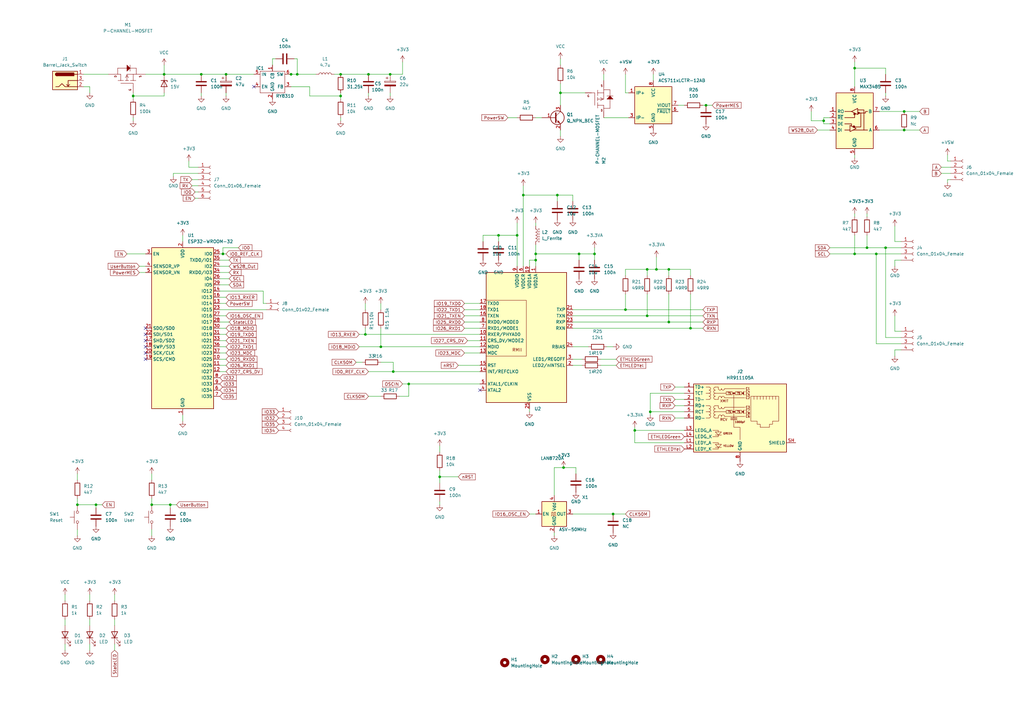
<source format=kicad_sch>
(kicad_sch (version 20211123) (generator eeschema)
  (paper "A3")
  (junction (at 337.82 49.53))
  (junction (at 237.49 104.14))
  (junction (at 289.56 43.18))
  (junction (at 265.43 129.54))
  (junction (at 243.84 104.14))
  (junction (at 69.85 207.01))
  (junction (at 92.71 30.48))
  (junction (at 31.75 207.01))
  (junction (at 355.6 101.6))
  (junction (at 91.44 104.14))
  (junction (at 229.87 38.1))
  (junction (at 139.7 30.48))
  (junction (at 251.46 210.82))
  (junction (at 350.52 27.94))
  (junction (at 212.09 96.52))
  (junction (at 82.55 30.48))
  (junction (at 266.7 168.91))
  (junction (at 260.35 176.53))
  (junction (at 139.7 39.37))
  (junction (at 204.47 96.52))
  (junction (at 214.63 80.01))
  (junction (at 149.86 137.16))
  (junction (at 231.14 191.77))
  (junction (at 180.34 195.58))
  (junction (at 151.13 30.48))
  (junction (at 156.21 142.24))
  (junction (at 161.29 152.4))
  (junction (at 274.32 110.49))
  (junction (at 269.24 110.49))
  (junction (at 256.54 127))
  (junction (at 121.92 30.48))
  (junction (at 67.31 30.48))
  (junction (at 54.61 39.37))
  (junction (at 167.64 157.48))
  (junction (at 274.32 132.08))
  (junction (at 228.6 80.01))
  (junction (at 219.71 106.68))
  (junction (at 265.43 110.49))
  (junction (at 370.84 45.72))
  (junction (at 370.84 53.34))
  (junction (at 359.41 104.14))
  (junction (at 119.38 30.48))
  (junction (at 350.52 104.14))
  (junction (at 283.21 134.62))
  (junction (at 39.37 207.01))
  (junction (at 219.71 104.14))
  (junction (at 160.02 30.48))
  (junction (at 363.22 101.6))
  (junction (at 62.23 207.01))
  (no_connect (at 196.85 160.02))
  (no_connect (at 59.69 147.32))
  (no_connect (at 59.69 134.62))
  (no_connect (at 59.69 137.16))
  (no_connect (at 59.69 139.7))
  (no_connect (at 59.69 142.24))
  (no_connect (at 59.69 144.78))
  (no_connect (at 104.14 35.56))
  (wire (pts (xy 156.21 148.59) (xy 161.29 148.59)))
  (wire (pts (xy 77.47 68.58) (xy 77.47 66.04)))
  (wire (pts (xy 90.17 129.54) (xy 92.71 129.54)))
  (wire (pts (xy 350.52 96.52) (xy 350.52 104.14)))
  (wire (pts (xy 266.7 168.91) (xy 280.67 168.91)))
  (wire (pts (xy 236.22 191.77) (xy 236.22 194.31)))
  (wire (pts (xy 52.07 104.14) (xy 59.69 104.14)))
  (wire (pts (xy 219.71 104.14) (xy 237.49 104.14)))
  (wire (pts (xy 335.28 53.34) (xy 340.36 53.34)))
  (wire (pts (xy 367.03 129.54) (xy 367.03 135.89)))
  (wire (pts (xy 350.52 27.94) (xy 363.22 27.94)))
  (wire (pts (xy 93.98 106.68) (xy 90.17 106.68)))
  (wire (pts (xy 121.92 30.48) (xy 129.54 30.48)))
  (wire (pts (xy 266.7 161.29) (xy 266.7 168.91)))
  (wire (pts (xy 388.62 73.66) (xy 389.89 73.66)))
  (wire (pts (xy 256.54 120.65) (xy 256.54 127)))
  (wire (pts (xy 355.6 101.6) (xy 363.22 101.6)))
  (wire (pts (xy 147.32 137.16) (xy 149.86 137.16)))
  (wire (pts (xy 163.83 162.56) (xy 167.64 162.56)))
  (wire (pts (xy 234.95 129.54) (xy 265.43 129.54)))
  (wire (pts (xy 127 39.37) (xy 139.7 39.37)))
  (wire (pts (xy 229.87 38.1) (xy 240.03 38.1)))
  (wire (pts (xy 34.29 35.56) (xy 36.83 35.56)))
  (wire (pts (xy 39.37 208.28) (xy 39.37 207.01)))
  (wire (pts (xy 332.74 45.72) (xy 332.74 49.53)))
  (wire (pts (xy 283.21 134.62) (xy 288.29 134.62)))
  (wire (pts (xy 274.32 132.08) (xy 288.29 132.08)))
  (wire (pts (xy 165.1 157.48) (xy 167.64 157.48)))
  (wire (pts (xy 36.83 264.16) (xy 36.83 266.7)))
  (wire (pts (xy 217.17 109.22) (xy 217.17 106.68)))
  (wire (pts (xy 350.52 104.14) (xy 340.36 104.14)))
  (wire (pts (xy 156.21 142.24) (xy 196.85 142.24)))
  (wire (pts (xy 217.17 210.82) (xy 219.71 210.82)))
  (wire (pts (xy 214.63 80.01) (xy 228.6 80.01)))
  (wire (pts (xy 370.84 45.72) (xy 377.19 45.72)))
  (wire (pts (xy 191.77 139.7) (xy 196.85 139.7)))
  (wire (pts (xy 147.32 142.24) (xy 156.21 142.24)))
  (wire (pts (xy 231.14 191.77) (xy 236.22 191.77)))
  (wire (pts (xy 219.71 91.44) (xy 219.71 92.71)))
  (wire (pts (xy 93.98 132.08) (xy 90.17 132.08)))
  (wire (pts (xy 278.13 43.18) (xy 280.67 43.18)))
  (wire (pts (xy 36.83 35.56) (xy 36.83 38.1)))
  (wire (pts (xy 350.52 27.94) (xy 350.52 35.56)))
  (wire (pts (xy 54.61 38.1) (xy 54.61 39.37)))
  (wire (pts (xy 274.32 132.08) (xy 274.32 120.65)))
  (wire (pts (xy 31.75 207.01) (xy 39.37 207.01)))
  (wire (pts (xy 214.63 80.01) (xy 214.63 109.22)))
  (wire (pts (xy 274.32 110.49) (xy 283.21 110.49)))
  (wire (pts (xy 237.49 106.68) (xy 237.49 104.14)))
  (wire (pts (xy 80.01 78.74) (xy 81.28 78.74)))
  (wire (pts (xy 265.43 110.49) (xy 265.43 113.03)))
  (wire (pts (xy 269.24 105.41) (xy 269.24 110.49)))
  (wire (pts (xy 204.47 96.52) (xy 212.09 96.52)))
  (wire (pts (xy 67.31 39.37) (xy 54.61 39.37)))
  (wire (pts (xy 208.28 48.26) (xy 212.09 48.26)))
  (wire (pts (xy 265.43 129.54) (xy 288.29 129.54)))
  (wire (pts (xy 165.1 25.4) (xy 165.1 30.48)))
  (wire (pts (xy 78.74 76.2) (xy 81.28 76.2)))
  (wire (pts (xy 219.71 104.14) (xy 219.71 106.68)))
  (wire (pts (xy 161.29 152.4) (xy 196.85 152.4)))
  (wire (pts (xy 217.17 106.68) (xy 219.71 106.68)))
  (wire (pts (xy 80.01 81.28) (xy 81.28 81.28)))
  (wire (pts (xy 248.92 142.24) (xy 251.46 142.24)))
  (wire (pts (xy 74.93 172.72) (xy 74.93 170.18)))
  (wire (pts (xy 111.76 24.13) (xy 111.76 26.67)))
  (wire (pts (xy 69.85 208.28) (xy 69.85 207.01)))
  (wire (pts (xy 190.5 134.62) (xy 196.85 134.62)))
  (wire (pts (xy 67.31 26.67) (xy 67.31 30.48)))
  (wire (pts (xy 149.86 134.62) (xy 149.86 137.16)))
  (wire (pts (xy 363.22 101.6) (xy 369.57 101.6)))
  (wire (pts (xy 289.56 43.18) (xy 292.1 43.18)))
  (wire (pts (xy 111.76 24.13) (xy 113.03 24.13)))
  (wire (pts (xy 219.71 48.26) (xy 222.25 48.26)))
  (wire (pts (xy 367.03 143.51) (xy 367.03 146.05)))
  (wire (pts (xy 160.02 30.48) (xy 165.1 30.48)))
  (wire (pts (xy 92.71 152.4) (xy 90.17 152.4)))
  (wire (pts (xy 156.21 134.62) (xy 156.21 142.24)))
  (wire (pts (xy 276.86 158.75) (xy 280.67 158.75)))
  (wire (pts (xy 92.71 139.7) (xy 90.17 139.7)))
  (wire (pts (xy 350.52 25.4) (xy 350.52 27.94)))
  (wire (pts (xy 212.09 91.44) (xy 212.09 96.52)))
  (wire (pts (xy 156.21 124.46) (xy 156.21 127)))
  (wire (pts (xy 247.65 30.48) (xy 247.65 33.02)))
  (wire (pts (xy 359.41 140.97) (xy 359.41 104.14)))
  (wire (pts (xy 91.44 101.6) (xy 91.44 104.14)))
  (wire (pts (xy 54.61 48.26) (xy 54.61 49.53)))
  (wire (pts (xy 370.84 53.34) (xy 377.19 53.34)))
  (wire (pts (xy 252.73 147.32) (xy 246.38 147.32)))
  (wire (pts (xy 386.08 71.12) (xy 389.89 71.12)))
  (wire (pts (xy 247.65 48.26) (xy 257.81 48.26)))
  (wire (pts (xy 90.17 119.38) (xy 107.95 119.38)))
  (wire (pts (xy 118.11 30.48) (xy 119.38 30.48)))
  (wire (pts (xy 350.52 87.63) (xy 350.52 88.9)))
  (wire (pts (xy 217.17 168.91) (xy 217.17 167.64)))
  (wire (pts (xy 266.7 168.91) (xy 266.7 170.18)))
  (wire (pts (xy 267.97 30.48) (xy 267.97 33.02)))
  (wire (pts (xy 212.09 96.52) (xy 212.09 109.22)))
  (wire (pts (xy 228.6 82.55) (xy 228.6 80.01)))
  (wire (pts (xy 367.03 92.71) (xy 367.03 99.06)))
  (wire (pts (xy 276.86 163.83) (xy 280.67 163.83)))
  (wire (pts (xy 237.49 104.14) (xy 243.84 104.14)))
  (wire (pts (xy 229.87 34.29) (xy 229.87 38.1)))
  (wire (pts (xy 57.15 109.22) (xy 59.69 109.22)))
  (wire (pts (xy 54.61 39.37) (xy 54.61 40.64)))
  (wire (pts (xy 74.93 96.52) (xy 74.93 99.06)))
  (wire (pts (xy 151.13 162.56) (xy 156.21 162.56)))
  (wire (pts (xy 71.12 72.39) (xy 71.12 71.12)))
  (wire (pts (xy 234.95 80.01) (xy 234.95 82.55)))
  (wire (pts (xy 369.57 99.06) (xy 367.03 99.06)))
  (wire (pts (xy 260.35 176.53) (xy 260.35 175.26)))
  (wire (pts (xy 190.5 127) (xy 196.85 127)))
  (wire (pts (xy 269.24 110.49) (xy 274.32 110.49)))
  (wire (pts (xy 149.86 124.46) (xy 149.86 127)))
  (wire (pts (xy 355.6 87.63) (xy 355.6 88.9)))
  (wire (pts (xy 340.36 48.26) (xy 337.82 48.26)))
  (wire (pts (xy 252.73 149.86) (xy 246.38 149.86)))
  (wire (pts (xy 228.6 80.01) (xy 234.95 80.01)))
  (wire (pts (xy 180.34 195.58) (xy 180.34 198.12)))
  (wire (pts (xy 92.71 104.14) (xy 91.44 104.14)))
  (wire (pts (xy 369.57 138.43) (xy 363.22 138.43)))
  (wire (pts (xy 151.13 30.48) (xy 160.02 30.48)))
  (wire (pts (xy 92.71 147.32) (xy 90.17 147.32)))
  (wire (pts (xy 190.5 124.46) (xy 196.85 124.46)))
  (wire (pts (xy 97.79 101.6) (xy 91.44 101.6)))
  (wire (pts (xy 91.44 104.14) (xy 90.17 104.14)))
  (wire (pts (xy 229.87 53.34) (xy 229.87 55.88)))
  (wire (pts (xy 92.71 38.1) (xy 92.71 39.37)))
  (wire (pts (xy 243.84 104.14) (xy 243.84 106.68)))
  (wire (pts (xy 26.67 254) (xy 26.67 256.54)))
  (wire (pts (xy 26.67 264.16) (xy 26.67 266.7)))
  (wire (pts (xy 93.98 114.3) (xy 90.17 114.3)))
  (wire (pts (xy 92.71 134.62) (xy 90.17 134.62)))
  (wire (pts (xy 369.57 140.97) (xy 359.41 140.97)))
  (wire (pts (xy 359.41 104.14) (xy 369.57 104.14)))
  (wire (pts (xy 388.62 63.5) (xy 388.62 66.04)))
  (wire (pts (xy 109.22 127) (xy 90.17 127)))
  (wire (pts (xy 57.15 111.76) (xy 59.69 111.76)))
  (wire (pts (xy 288.29 127) (xy 256.54 127)))
  (wire (pts (xy 363.22 30.48) (xy 363.22 27.94)))
  (wire (pts (xy 67.31 38.1) (xy 67.31 39.37)))
  (wire (pts (xy 93.98 109.22) (xy 90.17 109.22)))
  (wire (pts (xy 332.74 49.53) (xy 337.82 49.53)))
  (wire (pts (xy 67.31 30.48) (xy 82.55 30.48)))
  (wire (pts (xy 46.99 264.16) (xy 46.99 266.7)))
  (wire (pts (xy 363.22 138.43) (xy 363.22 101.6)))
  (wire (pts (xy 31.75 217.17) (xy 31.75 219.71)))
  (wire (pts (xy 234.95 134.62) (xy 283.21 134.62)))
  (wire (pts (xy 146.05 148.59) (xy 148.59 148.59)))
  (wire (pts (xy 62.23 207.01) (xy 69.85 207.01)))
  (wire (pts (xy 92.71 121.92) (xy 90.17 121.92)))
  (wire (pts (xy 120.65 24.13) (xy 121.92 24.13)))
  (wire (pts (xy 234.95 210.82) (xy 251.46 210.82)))
  (wire (pts (xy 190.5 144.78) (xy 196.85 144.78)))
  (wire (pts (xy 219.71 100.33) (xy 219.71 104.14)))
  (wire (pts (xy 90.17 124.46) (xy 92.71 124.46)))
  (wire (pts (xy 260.35 181.61) (xy 260.35 176.53)))
  (wire (pts (xy 227.33 219.71) (xy 227.33 218.44)))
  (wire (pts (xy 198.12 99.06) (xy 198.12 96.52)))
  (wire (pts (xy 369.57 135.89) (xy 367.03 135.89)))
  (wire (pts (xy 337.82 49.53) (xy 337.82 50.8)))
  (wire (pts (xy 82.55 30.48) (xy 92.71 30.48)))
  (wire (pts (xy 337.82 50.8) (xy 340.36 50.8)))
  (wire (pts (xy 190.5 132.08) (xy 196.85 132.08)))
  (wire (pts (xy 360.68 45.72) (xy 370.84 45.72)))
  (wire (pts (xy 251.46 210.82) (xy 256.54 210.82)))
  (wire (pts (xy 93.98 111.76) (xy 90.17 111.76)))
  (wire (pts (xy 204.47 96.52) (xy 204.47 99.06)))
  (wire (pts (xy 229.87 38.1) (xy 229.87 43.18)))
  (wire (pts (xy 92.71 137.16) (xy 90.17 137.16)))
  (wire (pts (xy 256.54 113.03) (xy 256.54 110.49)))
  (wire (pts (xy 355.6 96.52) (xy 355.6 101.6)))
  (wire (pts (xy 92.71 30.48) (xy 104.14 30.48)))
  (wire (pts (xy 180.34 182.88) (xy 180.34 185.42)))
  (wire (pts (xy 92.71 149.86) (xy 90.17 149.86)))
  (wire (pts (xy 62.23 217.17) (xy 62.23 219.71)))
  (wire (pts (xy 180.34 193.04) (xy 180.34 195.58)))
  (wire (pts (xy 139.7 38.1) (xy 139.7 39.37)))
  (wire (pts (xy 139.7 30.48) (xy 151.13 30.48)))
  (wire (pts (xy 369.57 143.51) (xy 367.03 143.51)))
  (wire (pts (xy 265.43 110.49) (xy 269.24 110.49)))
  (wire (pts (xy 119.38 30.48) (xy 121.92 30.48)))
  (wire (pts (xy 227.33 191.77) (xy 231.14 191.77)))
  (wire (pts (xy 93.98 116.84) (xy 90.17 116.84)))
  (wire (pts (xy 187.96 149.86) (xy 196.85 149.86)))
  (wire (pts (xy 78.74 73.66) (xy 81.28 73.66)))
  (wire (pts (xy 31.75 194.31) (xy 31.75 196.85)))
  (wire (pts (xy 149.86 137.16) (xy 196.85 137.16)))
  (wire (pts (xy 265.43 129.54) (xy 265.43 120.65)))
  (wire (pts (xy 139.7 39.37) (xy 139.7 40.64)))
  (wire (pts (xy 280.67 176.53) (xy 260.35 176.53)))
  (wire (pts (xy 256.54 127) (xy 234.95 127)))
  (wire (pts (xy 283.21 134.62) (xy 283.21 120.65)))
  (wire (pts (xy 180.34 207.01) (xy 180.34 205.74)))
  (wire (pts (xy 36.83 254) (xy 36.83 256.54)))
  (wire (pts (xy 234.95 147.32) (xy 238.76 147.32)))
  (wire (pts (xy 241.3 142.24) (xy 234.95 142.24)))
  (wire (pts (xy 280.67 161.29) (xy 266.7 161.29)))
  (wire (pts (xy 71.12 71.12) (xy 81.28 71.12)))
  (wire (pts (xy 276.86 166.37) (xy 280.67 166.37)))
  (wire (pts (xy 39.37 207.01) (xy 41.91 207.01)))
  (wire (pts (xy 280.67 181.61) (xy 260.35 181.61)))
  (wire (pts (xy 121.92 24.13) (xy 121.92 30.48)))
  (wire (pts (xy 151.13 38.1) (xy 151.13 39.37)))
  (wire (pts (xy 243.84 101.6) (xy 243.84 104.14)))
  (wire (pts (xy 151.13 152.4) (xy 161.29 152.4)))
  (wire (pts (xy 363.22 38.1) (xy 363.22 39.37)))
  (wire (pts (xy 107.95 124.46) (xy 109.22 124.46)))
  (wire (pts (xy 62.23 194.31) (xy 62.23 196.85)))
  (wire (pts (xy 227.33 203.2) (xy 227.33 191.77)))
  (wire (pts (xy 340.36 101.6) (xy 355.6 101.6)))
  (wire (pts (xy 360.68 53.34) (xy 370.84 53.34)))
  (wire (pts (xy 389.89 66.04) (xy 388.62 66.04)))
  (wire (pts (xy 167.64 157.48) (xy 196.85 157.48)))
  (wire (pts (xy 62.23 204.47) (xy 62.23 207.01)))
  (wire (pts (xy 82.55 38.1) (xy 82.55 39.37)))
  (wire (pts (xy 337.82 48.26) (xy 337.82 49.53)))
  (wire (pts (xy 219.71 106.68) (xy 219.71 109.22)))
  (wire (pts (xy 92.71 142.24) (xy 90.17 142.24)))
  (wire (pts (xy 283.21 110.49) (xy 283.21 113.03)))
  (wire (pts (xy 69.85 207.01) (xy 72.39 207.01)))
  (wire (pts (xy 46.99 243.84) (xy 46.99 246.38)))
  (wire (pts (xy 190.5 129.54) (xy 196.85 129.54)))
  (wire (pts (xy 256.54 38.1) (xy 256.54 30.48)))
  (wire (pts (xy 160.02 38.1) (xy 160.02 39.37)))
  (wire (pts (xy 276.86 171.45) (xy 280.67 171.45)))
  (wire (pts (xy 92.71 144.78) (xy 90.17 144.78)))
  (wire (pts (xy 386.08 68.58) (xy 389.89 68.58)))
  (wire (pts (xy 36.83 243.84) (xy 36.83 246.38)))
  (wire (pts (xy 187.96 195.58) (xy 180.34 195.58)))
  (wire (pts (xy 59.69 30.48) (xy 67.31 30.48)))
  (wire (pts (xy 26.67 243.84) (xy 26.67 246.38)))
  (wire (pts (xy 167.64 162.56) (xy 167.64 157.48)))
  (wire (pts (xy 369.57 106.68) (xy 367.03 106.68)))
  (wire (pts (xy 119.38 35.56) (xy 127 35.56)))
  (wire (pts (xy 107.95 119.38) (xy 107.95 124.46)))
  (wire (pts (xy 161.29 148.59) (xy 161.29 152.4)))
  (wire (pts (xy 234.95 149.86) (xy 238.76 149.86)))
  (wire (pts (xy 257.81 38.1) (xy 256.54 38.1)))
  (wire (pts (xy 229.87 24.13) (xy 229.87 26.67)))
  (wire (pts (xy 288.29 43.18) (xy 289.56 43.18)))
  (wire (pts (xy 350.52 104.14) (xy 359.41 104.14)))
  (wire (pts (xy 34.29 30.48) (xy 44.45 30.48)))
  (wire (pts (xy 137.16 30.48) (xy 139.7 30.48)))
  (wire (pts (xy 46.99 254) (xy 46.99 256.54)))
  (wire (pts (xy 388.62 74.93) (xy 388.62 73.66)))
  (wire (pts (xy 367.03 106.68) (xy 367.03 109.22)))
  (wire (pts (xy 31.75 204.47) (xy 31.75 207.01)))
  (wire (pts (xy 198.12 96.52) (xy 204.47 96.52)))
  (wire (pts (xy 81.28 68.58) (xy 77.47 68.58)))
  (wire (pts (xy 256.54 110.49) (xy 265.43 110.49)))
  (wire (pts (xy 127 35.56) (xy 127 39.37)))
  (wire (pts (xy 234.95 132.08) (xy 274.32 132.08)))
  (wire (pts (xy 139.7 48.26) (xy 139.7 49.53)))
  (wire (pts (xy 350.52 63.5) (xy 350.52 64.77)))
  (wire (pts (xy 274.32 110.49) (xy 274.32 113.03)))
  (wire (pts (xy 214.63 76.2) (xy 214.63 80.01)))
  (global_label "A" (shape input) (at 386.08 68.58 180) (property "Intersheet References" "${INTERSHEET_REFS}" (effects hide)))
  (global_label "IO33" (shape input) (at 90.17 157.48 0) (property "Intersheet References" "${INTERSHEET_REFS}" (effects hide)))
  (global_label "nRST" (shape input) (at 187.96 195.58 0) (property "Intersheet References" "${INTERSHEET_REFS}" (effects hide)))
  (global_label "IO27_CRS_DV" (shape input) (at 92.71 152.4 0) (property "Intersheet References" "${INTERSHEET_REFS}" (effects hide)))
  (global_label "UserButton" (shape input) (at 57.15 109.22 180) (property "Intersheet References" "${INTERSHEET_REFS}" (effects hide)))
  (global_label "B" (shape input) (at 377.19 45.72 0) (property "Intersheet References" "${INTERSHEET_REFS}" (effects hide)))
  (global_label "IO21_TXEN" (shape input) (at 190.5 129.54 180) (property "Intersheet References" "${INTERSHEET_REFS}" (effects hide)))
  (global_label "PowerSW" (shape input) (at 92.71 124.46 0) (property "Intersheet References" "${INTERSHEET_REFS}" (effects hide)))
  (global_label "OSCIN" (shape input) (at 165.1 157.48 180) (property "Intersheet References" "${INTERSHEET_REFS}" (effects hide)))
  (global_label "ETHLEDYel" (shape input) (at 280.67 184.15 180) (property "Intersheet References" "${INTERSHEET_REFS}" (effects hide)))
  (global_label "IO16_OSC_EN" (shape input) (at 217.17 210.82 180) (property "Intersheet References" "${INTERSHEET_REFS}" (effects hide)))
  (global_label "IO16_OSC_EN" (shape input) (at 92.71 129.54 0) (property "Intersheet References" "${INTERSHEET_REFS}" (effects hide)))
  (global_label "IO35" (shape input) (at 114.3 173.99 180) (property "Intersheet References" "${INTERSHEET_REFS}" (effects hide)))
  (global_label "IO26_RXD1" (shape input) (at 92.71 149.86 0) (property "Intersheet References" "${INTERSHEET_REFS}" (effects hide)))
  (global_label "A" (shape input) (at 377.19 53.34 0) (property "Intersheet References" "${INTERSHEET_REFS}" (effects hide)))
  (global_label "SDA" (shape input) (at 340.36 101.6 180) (property "Intersheet References" "${INTERSHEET_REFS}" (effects hide)))
  (global_label "WS28_Out" (shape input) (at 335.28 53.34 180) (property "Intersheet References" "${INTERSHEET_REFS}" (effects hide)))
  (global_label "IO26_RXD1" (shape input) (at 190.5 134.62 180) (property "Intersheet References" "${INTERSHEET_REFS}" (effects hide)))
  (global_label "IO21_TXEN" (shape input) (at 92.71 139.7 0) (property "Intersheet References" "${INTERSHEET_REFS}" (effects hide)))
  (global_label "IO25_RXD0" (shape input) (at 92.71 147.32 0) (property "Intersheet References" "${INTERSHEET_REFS}" (effects hide)))
  (global_label "IO32" (shape input) (at 114.3 171.45 180) (property "Intersheet References" "${INTERSHEET_REFS}" (effects hide)))
  (global_label "RX" (shape input) (at 78.74 76.2 180) (property "Intersheet References" "${INTERSHEET_REFS}" (effects hide)))
  (global_label "B" (shape input) (at 386.08 71.12 180) (property "Intersheet References" "${INTERSHEET_REFS}" (effects hide)))
  (global_label "RXP" (shape input) (at 288.29 132.08 0) (property "Intersheet References" "${INTERSHEET_REFS}" (effects hide)))
  (global_label "CLK50M" (shape input) (at 256.54 210.82 0) (property "Intersheet References" "${INTERSHEET_REFS}" (effects hide)))
  (global_label "IO13_RXER" (shape input) (at 147.32 137.16 180) (property "Intersheet References" "${INTERSHEET_REFS}" (effects hide)))
  (global_label "IO19_TXD0" (shape input) (at 92.71 137.16 0) (property "Intersheet References" "${INTERSHEET_REFS}" (effects hide)))
  (global_label "IO0_REF_CLK" (shape input) (at 151.13 152.4 180) (property "Intersheet References" "${INTERSHEET_REFS}" (effects hide)))
  (global_label "SCL" (shape input) (at 93.98 114.3 0) (property "Intersheet References" "${INTERSHEET_REFS}" (effects hide)))
  (global_label "StateLED" (shape input) (at 46.99 266.7 270) (property "Intersheet References" "${INTERSHEET_REFS}" (effects hide)))
  (global_label "CLK50M" (shape input) (at 151.13 162.56 180) (property "Intersheet References" "${INTERSHEET_REFS}" (effects hide)))
  (global_label "IO22_TXD1" (shape input) (at 190.5 127 180) (property "Intersheet References" "${INTERSHEET_REFS}" (effects hide)))
  (global_label "IO27_CRS_DV" (shape input) (at 191.77 139.7 180) (property "Intersheet References" "${INTERSHEET_REFS}" (effects hide)))
  (global_label "TX" (shape input) (at 93.98 106.68 0) (property "Intersheet References" "${INTERSHEET_REFS}" (effects hide)))
  (global_label "ETHLEDGreen" (shape input) (at 252.73 147.32 0) (property "Intersheet References" "${INTERSHEET_REFS}" (effects hide)))
  (global_label "IO19_TXD0" (shape input) (at 190.5 124.46 180) (property "Intersheet References" "${INTERSHEET_REFS}" (effects hide)))
  (global_label "TXP" (shape input) (at 288.29 127 0) (property "Intersheet References" "${INTERSHEET_REFS}" (effects hide)))
  (global_label "TXP" (shape input) (at 276.86 158.75 180) (property "Intersheet References" "${INTERSHEET_REFS}" (effects hide)))
  (global_label "IO23_MDC" (shape input) (at 190.5 144.78 180) (property "Intersheet References" "${INTERSHEET_REFS}" (effects hide)))
  (global_label "IO0" (shape input) (at 80.01 78.74 180) (property "Intersheet References" "${INTERSHEET_REFS}" (effects hide)))
  (global_label "EN" (shape input) (at 41.91 207.01 0) (property "Intersheet References" "${INTERSHEET_REFS}" (effects hide)))
  (global_label "TX" (shape input) (at 78.74 73.66 180) (property "Intersheet References" "${INTERSHEET_REFS}" (effects hide)))
  (global_label "IO18_MDIO" (shape input) (at 147.32 142.24 180) (property "Intersheet References" "${INTERSHEET_REFS}" (effects hide)))
  (global_label "PowerMES" (shape input) (at 57.15 111.76 180) (property "Intersheet References" "${INTERSHEET_REFS}" (effects hide)))
  (global_label "IO32" (shape input) (at 90.17 154.94 0) (property "Intersheet References" "${INTERSHEET_REFS}" (effects hide)))
  (global_label "IO33" (shape input) (at 114.3 168.91 180) (property "Intersheet References" "${INTERSHEET_REFS}" (effects hide)))
  (global_label "PowerMES" (shape input) (at 292.1 43.18 0) (property "Intersheet References" "${INTERSHEET_REFS}" (effects hide)))
  (global_label "SDA" (shape input) (at 93.98 116.84 0) (property "Intersheet References" "${INTERSHEET_REFS}" (effects hide)))
  (global_label "IO25_RXD0" (shape input) (at 190.5 132.08 180) (property "Intersheet References" "${INTERSHEET_REFS}" (effects hide)))
  (global_label "TXN" (shape input) (at 288.29 129.54 0) (property "Intersheet References" "${INTERSHEET_REFS}" (effects hide)))
  (global_label "IO34" (shape input) (at 90.17 160.02 0) (property "Intersheet References" "${INTERSHEET_REFS}" (effects hide)))
  (global_label "nRST" (shape input) (at 187.96 149.86 180) (property "Intersheet References" "${INTERSHEET_REFS}" (effects hide)))
  (global_label "RX" (shape input) (at 93.98 111.76 0) (property "Intersheet References" "${INTERSHEET_REFS}" (effects hide)))
  (global_label "SCL" (shape input) (at 340.36 104.14 180) (property "Intersheet References" "${INTERSHEET_REFS}" (effects hide)))
  (global_label "EN" (shape input) (at 52.07 104.14 180) (property "Intersheet References" "${INTERSHEET_REFS}" (effects hide)))
  (global_label "WS28_Out" (shape input) (at 93.98 109.22 0) (property "Intersheet References" "${INTERSHEET_REFS}" (effects hide)))
  (global_label "TXN" (shape input) (at 276.86 163.83 180) (property "Intersheet References" "${INTERSHEET_REFS}" (effects hide)))
  (global_label "IO23_MDC" (shape input) (at 92.71 144.78 0) (property "Intersheet References" "${INTERSHEET_REFS}" (effects hide)))
  (global_label "RXP" (shape input) (at 276.86 166.37 180) (property "Intersheet References" "${INTERSHEET_REFS}" (effects hide)))
  (global_label "RXN" (shape input) (at 288.29 134.62 0) (property "Intersheet References" "${INTERSHEET_REFS}" (effects hide)))
  (global_label "IO22_TXD1" (shape input) (at 92.71 142.24 0) (property "Intersheet References" "${INTERSHEET_REFS}" (effects hide)))
  (global_label "UserButton" (shape input) (at 72.39 207.01 0) (property "Intersheet References" "${INTERSHEET_REFS}" (effects hide)))
  (global_label "EN" (shape input) (at 80.01 81.28 180) (property "Intersheet References" "${INTERSHEET_REFS}" (effects hide)))
  (global_label "PowerSW" (shape input) (at 208.28 48.26 180) (property "Intersheet References" "${INTERSHEET_REFS}" (effects hide)))
  (global_label "ETHLEDGreen" (shape input) (at 280.67 179.07 180) (property "Intersheet References" "${INTERSHEET_REFS}" (effects hide)))
  (global_label "ETHLEDYel" (shape input) (at 252.73 149.86 0) (property "Intersheet References" "${INTERSHEET_REFS}" (effects hide)))
  (global_label "CLK50M" (shape input) (at 146.05 148.59 180) (property "Intersheet References" "${INTERSHEET_REFS}" (effects hide)))
  (global_label "RXN" (shape input) (at 276.86 171.45 180) (property "Intersheet References" "${INTERSHEET_REFS}" (effects hide)))
  (global_label "IO35" (shape input) (at 90.17 162.56 0) (property "Intersheet References" "${INTERSHEET_REFS}" (effects hide)))
  (global_label "IO0" (shape input) (at 97.79 101.6 0) (property "Intersheet References" "${INTERSHEET_REFS}" (effects hide)))
  (global_label "IO13_RXER" (shape input) (at 92.71 121.92 0) (property "Intersheet References" "${INTERSHEET_REFS}" (effects hide)))
  (global_label "IO34" (shape input) (at 114.3 176.53 180) (property "Intersheet References" "${INTERSHEET_REFS}" (effects hide)))
  (global_label "IO0_REF_CLK" (shape input) (at 92.71 104.14 0) (property "Intersheet References" "${INTERSHEET_REFS}" (effects hide)))
  (global_label "IO18_MDIO" (shape input) (at 92.71 134.62 0) (property "Intersheet References" "${INTERSHEET_REFS}" (effects hide)))
  (global_label "StateLED" (shape input) (at 93.98 132.08 0) (property "Intersheet References" "${INTERSHEET_REFS}" (effects hide)))
  (symbol (lib_id "Device:C") (at 243.84 110.49 0) (unit 1)
    (property "Reference" "C15" (at 247.65 109.2199 0) (effects (justify left)))
    (property "Value" "100n" (at 247.65 111.7599 0) (effects (justify left)))
    (property "Footprint" "Capacitor_SMD:C_0402_1005Metric" (effects hide))
  )
  (symbol (lib_id "power:GND") (at 229.87 55.88 0) (unit 1)
    (property "Reference" "#PWR0113" (effects hide))
    (property "Value" "GND" (at 229.87 60.96 0))
  )
  (symbol (lib_id "Device:R") (at 256.54 116.84 0) (unit 1)
    (property "Reference" "R21" (at 259.08 115.5699 0) (effects (justify left)))
    (property "Value" "49R9" (at 259.08 118.1099 0) (effects (justify left)))
    (property "Footprint" "Capacitor_SMD:C_0402_1005Metric" (effects hide))
  )
  (symbol (lib_id "power:GND") (at 388.62 74.93 0) (unit 1)
    (property "Reference" "#PWR0102" (effects hide))
    (property "Value" "GND" (at 388.62 80.01 0))
  )
  (symbol (lib_id "power:GND") (at 217.17 168.91 0) (unit 1)
    (property "Reference" "#PWR0137" (effects hide))
    (property "Value" "GND" (at 217.17 173.99 0))
  )
  (symbol (lib_id "Device:Q_NPN_BEC") (at 227.33 48.26 0) (unit 1)
    (property "Reference" "Q1" (at 232.41 46.9899 0) (effects (justify left)))
    (property "Value" "Q_NPN_BEC" (at 232.41 49.5299 0) (effects (justify left)))
    (property "Footprint" "Package_TO_SOT_SMD:SOT-23" (effects hide))
  )
  (symbol (lib_id "Mechanical:MountingHole") (at 207.01 271.78 0) (unit 1)
    (property "Reference" "H1" (at 209.55 270.5099 0) (effects (justify left)))
    (property "Value" "MountingHole" (at 209.55 273.0499 0) (effects (justify left)))
    (property "Footprint" "MountingHole:MountingHole_3.2mm_M3" (effects hide))
  )
  (symbol (lib_id "power:GND") (at 62.23 219.71 0) (unit 1)
    (property "Reference" "#PWR0160" (effects hide))
    (property "Value" "GND" (at 62.23 224.79 0))
  )
  (symbol (lib_id "Device:C") (at 198.12 102.87 0) (unit 1)
    (property "Reference" "C10" (at 201.93 101.5999 0) (effects (justify left)))
    (property "Value" "10u" (at 201.93 104.1399 0) (effects (justify left)))
    (property "Footprint" "Capacitor_SMD:C_0402_1005Metric" (effects hide))
  )
  (symbol (lib_id "power:GND") (at 227.33 219.71 0) (unit 1)
    (property "Reference" "#PWR0166" (effects hide))
    (property "Value" "GND" (at 227.33 224.79 0))
  )
  (symbol (lib_id "power:+3V3") (at 156.21 124.46 0) (unit 1)
    (property "Reference" "#PWR0151" (effects hide))
    (property "Value" "+3V3" (at 156.21 119.38 0))
  )
  (symbol (lib_id "power:VCC") (at 67.31 26.67 0) (unit 1)
    (property "Reference" "#PWR0126" (effects hide))
    (property "Value" "VCC" (at 67.31 21.59 0))
  )
  (symbol (lib_id "Device:R") (at 242.57 149.86 90) (unit 1)
    (property "Reference" "R20" (at 245.11 152.4 90))
    (property "Value" "1k" (at 242.57 152.4 90))
    (property "Footprint" "Capacitor_SMD:C_0402_1005Metric" (effects hide))
  )
  (symbol (lib_id "Techbeard:HR911105A") (at 303.53 171.45 0) (unit 1)
    (property "Reference" "J2" (at 303.53 152.4 0))
    (property "Value" "HR911105A" (at 303.53 154.94 0))
    (property "Footprint" "Techbeard:HR911105A" (effects hide))
    (property "Datasheet" "https://belfuse.com/resources/drawings/magneticsolutions/dr-mag-si-60062-f.pdf" (effects hide))
  )
  (symbol (lib_id "Device:D_Zener") (at 67.31 34.29 270) (unit 1)
    (property "Reference" "D4" (at 69.85 33.0199 90) (effects (justify left)))
    (property "Value" "15V" (at 69.85 35.5599 90) (effects (justify left)))
    (property "Footprint" "Diode_SMD:D_0402_1005Metric" (effects hide))
  )
  (symbol (lib_id "Connector:Conn_01x04_Female") (at 394.97 68.58 0) (unit 1)
    (property "Reference" "J6" (at 396.24 68.5799 0) (effects (justify left)))
    (property "Value" "Conn_01x04_Female" (at 396.24 71.1199 0) (effects (justify left)))
    (property "Footprint" "Connector_Phoenix_GMSTB:PhoenixContact_GMSTBA_2,5_4-G-7,62_1x04_P7.62mm_Horizontal" (effects hide))
  )
  (symbol (lib_id "Device:R") (at 149.86 130.81 0) (unit 1)
    (property "Reference" "R14" (at 152.4 133.35 90))
    (property "Value" "10k" (at 152.4 129.54 90))
    (property "Footprint" "Capacitor_SMD:C_0402_1005Metric" (effects hide))
  )
  (symbol (lib_id "power:GND") (at 266.7 170.18 0) (unit 1)
    (property "Reference" "#PWR0148" (effects hide))
    (property "Value" "GND" (at 266.7 173.99 0))
  )
  (symbol (lib_id "Device:R") (at 180.34 189.23 0) (unit 1)
    (property "Reference" "R18" (at 182.88 187.9599 0) (effects (justify left)))
    (property "Value" "10k" (at 182.88 190.4999 0) (effects (justify left)))
    (property "Footprint" "Capacitor_SMD:C_0402_1005Metric" (effects hide))
  )
  (symbol (lib_id "Device:R") (at 152.4 148.59 90) (unit 1)
    (property "Reference" "R16" (at 154.94 146.05 90))
    (property "Value" "33" (at 152.4 146.05 90))
    (property "Footprint" "Capacitor_SMD:C_0402_1005Metric" (effects hide))
  )
  (symbol (lib_id "Mechanical:MountingHole") (at 223.52 270.51 0) (unit 1)
    (property "Reference" "H2" (at 226.06 269.2399 0) (effects (justify left)))
    (property "Value" "MountingHole" (at 226.06 271.7799 0) (effects (justify left)))
    (property "Footprint" "MountingHole:MountingHole_3.2mm_M3" (effects hide))
  )
  (symbol (lib_id "Device:R") (at 156.21 130.81 0) (unit 1)
    (property "Reference" "R15" (at 158.75 133.35 90))
    (property "Value" "1.5k" (at 158.75 128.27 90))
    (property "Footprint" "Capacitor_SMD:C_0402_1005Metric" (effects hide))
  )
  (symbol (lib_id "power:+3.3V") (at 46.99 243.84 0) (unit 1)
    (property "Reference" "#PWR0120" (effects hide))
    (property "Value" "+3.3V" (at 46.99 238.76 0))
  )
  (symbol (lib_id "Device:C_Polarized") (at 92.71 34.29 0) (unit 1)
    (property "Reference" "C2" (at 96.52 32.1309 0) (effects (justify left)))
    (property "Value" "47u" (at 96.52 34.6709 0) (effects (justify left)))
    (property "Footprint" "Capacitor_SMD:CP_Elec_5x5.4" (effects hide))
  )
  (symbol (lib_id "power:GND") (at 251.46 218.44 0) (unit 1)
    (property "Reference" "#PWR0168" (effects hide))
    (property "Value" "GND" (at 251.46 223.52 0))
  )
  (symbol (lib_id "Device:C") (at 116.84 24.13 90) (unit 1)
    (property "Reference" "C4" (at 116.84 16.51 90))
    (property "Value" "100n" (at 116.84 19.05 90))
    (property "Footprint" "Capacitor_SMD:C_0402_1005Metric" (effects hide))
  )
  (symbol (lib_id "Device:C") (at 289.56 46.99 0) (unit 1)
    (property "Reference" "C17" (at 293.37 45.7199 0) (effects (justify left)))
    (property "Value" "100n" (at 293.37 48.2599 0) (effects (justify left)))
    (property "Footprint" "Capacitor_SMD:C_0402_1005Metric" (effects hide))
  )
  (symbol (lib_id "power:+3V3") (at 165.1 25.4 0) (unit 1)
    (property "Reference" "#PWR0130" (effects hide))
    (property "Value" "+3V3" (at 165.1 20.32 0))
  )
  (symbol (lib_id "Device:C") (at 234.95 86.36 0) (unit 1)
    (property "Reference" "C13" (at 238.76 85.0899 0) (effects (justify left)))
    (property "Value" "100n" (at 238.76 87.6299 0) (effects (justify left)))
    (property "Footprint" "Capacitor_SMD:C_0402_1005Metric" (effects hide))
  )
  (symbol (lib_id "Device:R") (at 62.23 200.66 0) (unit 1)
    (property "Reference" "R13" (at 64.77 199.3899 0) (effects (justify left)))
    (property "Value" "4k7" (at 64.77 201.9299 0) (effects (justify left)))
    (property "Footprint" "Capacitor_SMD:C_0402_1005Metric" (effects hide))
  )
  (symbol (lib_id "power:GND") (at 367.03 146.05 0) (unit 1)
    (property "Reference" "#PWR0116" (effects hide))
    (property "Value" "GND" (at 367.03 151.13 0))
  )
  (symbol (lib_id "power:GND") (at 350.52 64.77 0) (unit 1)
    (property "Reference" "#PWR0105" (effects hide))
    (property "Value" "GND" (at 350.52 68.58 0))
  )
  (symbol (lib_id "power:GND") (at 139.7 49.53 0) (unit 1)
    (property "Reference" "#PWR0131" (effects hide))
    (property "Value" "GND" (at 139.7 54.61 0))
  )
  (symbol (lib_id "Device:R") (at 265.43 116.84 0) (unit 1)
    (property "Reference" "R22" (at 267.97 115.5699 0) (effects (justify left)))
    (property "Value" "49R9" (at 267.97 118.1099 0) (effects (justify left)))
    (property "Footprint" "Capacitor_SMD:C_0402_1005Metric" (effects hide))
  )
  (symbol (lib_id "Device:R") (at 274.32 116.84 0) (unit 1)
    (property "Reference" "R23" (at 276.86 115.5699 0) (effects (justify left)))
    (property "Value" "49R9" (at 276.86 118.1099 0) (effects (justify left)))
    (property "Footprint" "Capacitor_SMD:C_0402_1005Metric" (effects hide))
  )
  (symbol (lib_id "power:GND") (at 82.55 39.37 0) (unit 1)
    (property "Reference" "#PWR0118" (effects hide))
    (property "Value" "GND" (at 82.55 44.45 0))
  )
  (symbol (lib_id "Device:C") (at 151.13 34.29 0) (unit 1)
    (property "Reference" "C5" (at 153.67 34.29 0) (effects (justify left)))
    (property "Value" "100n" (at 152.4 36.83 0) (effects (justify left)))
    (property "Footprint" "Capacitor_SMD:C_0402_1005Metric" (effects hide))
  )
  (symbol (lib_id "Device:L") (at 133.35 30.48 90) (unit 1)
    (property "Reference" "L1" (at 133.35 24.13 90))
    (property "Value" "4.7u" (at 133.35 26.67 90))
    (property "Footprint" "LeoDJ-kicad:L_0630" (effects hide))
  )
  (symbol (lib_id "power:+3V3") (at 77.47 66.04 0) (unit 1)
    (property "Reference" "#PWR0164" (effects hide))
    (property "Value" "+3V3" (at 77.47 60.96 0))
  )
  (symbol (lib_id "power:+3.3V") (at 31.75 194.31 0) (unit 1)
    (property "Reference" "#PWR0159" (effects hide))
    (property "Value" "+3.3V" (at 31.75 189.23 0))
  )
  (symbol (lib_id "power:GND") (at 31.75 219.71 0) (unit 1)
    (property "Reference" "#PWR0157" (effects hide))
    (property "Value" "GND" (at 31.75 224.79 0))
  )
  (symbol (lib_id "power:+3.3V") (at 367.03 92.71 0) (unit 1)
    (property "Reference" "#PWR0114" (effects hide))
    (property "Value" "+3.3V" (at 367.03 87.63 0))
  )
  (symbol (lib_id "power:+3.3VA") (at 269.24 105.41 0) (unit 1)
    (property "Reference" "#PWR0146" (effects hide))
    (property "Value" "+3.3VA" (at 269.24 100.33 0))
  )
  (symbol (lib_id "Connector:Conn_01x04_Female") (at 374.65 138.43 0) (unit 1)
    (property "Reference" "J5" (at 375.92 138.4299 0) (effects (justify left)))
    (property "Value" "Conn_01x04_Female" (at 375.92 140.9699 0) (effects (justify left)))
    (property "Footprint" "Connector_JST:JST_PH_B4B-PH-K_1x04_P2.00mm_Vertical" (effects hide))
  )
  (symbol (lib_id "power:+3V3") (at 267.97 30.48 0) (unit 1)
    (property "Reference" "#PWR0135" (effects hide))
    (property "Value" "+3V3" (at 267.97 25.4 0))
  )
  (symbol (lib_id "power:+3V3") (at 180.34 182.88 0) (unit 1)
    (property "Reference" "#PWR0155" (effects hide))
    (property "Value" "+3V3" (at 180.34 177.8 0))
  )
  (symbol (lib_id "power:+3.3V") (at 350.52 87.63 0) (unit 1)
    (property "Reference" "#PWR0104" (effects hide))
    (property "Value" "+3.3V" (at 350.52 82.55 0))
  )
  (symbol (lib_id "power:GND") (at 204.47 106.68 0) (unit 1)
    (property "Reference" "#PWR0143" (effects hide))
    (property "Value" "GND" (at 204.47 111.76 0))
  )
  (symbol (lib_id "Interface_Ethernet:LAN8720A") (at 217.17 139.7 0) (unit 1)
    (property "Reference" "U2" (at 219.1894 167.64 0) (effects (justify left)))
    (property "Value" "LAN8720A" (at 221.7294 187.96 0) (effects (justify left)))
    (property "Footprint" "Package_DFN_QFN:QFN-24-1EP_4x4mm_P0.5mm_EP2.6x2.6mm" (effects hide))
    (property "Datasheet" "http://ww1.microchip.com/downloads/en/DeviceDoc/8720a.pdf" (effects hide))
  )
  (symbol (lib_id "power:+3.3V") (at 332.74 45.72 0) (unit 1)
    (property "Reference" "#PWR0111" (effects hide))
    (property "Value" "+3.3V" (at 332.74 40.64 0))
  )
  (symbol (lib_id "Mechanical:MountingHole") (at 236.22 270.51 0) (unit 1)
    (property "Reference" "H3" (at 238.76 269.2399 0) (effects (justify left)))
    (property "Value" "MountingHole" (at 238.76 271.7799 0) (effects (justify left)))
    (property "Footprint" "MountingHole:MountingHole_3.2mm_M3" (effects hide))
  )
  (symbol (lib_id "power:GND") (at 111.76 40.64 0) (unit 1)
    (property "Reference" "#PWR0127" (effects hide))
    (property "Value" "GND" (at 111.76 45.72 0))
  )
  (symbol (lib_id "power:GND") (at 289.56 50.8 0) (unit 1)
    (property "Reference" "#PWR0167" (effects hide))
    (property "Value" "GND" (at 289.56 55.88 0))
  )
  (symbol (lib_id "Device:R") (at 36.83 250.19 0) (unit 1)
    (property "Reference" "R2" (at 39.37 248.9199 0) (effects (justify left)))
    (property "Value" "1k" (at 39.37 251.4599 0) (effects (justify left)))
    (property "Footprint" "Resistor_SMD:R_0402_1005Metric" (effects hide))
  )
  (symbol (lib_id "Device:R") (at 26.67 250.19 0) (unit 1)
    (property "Reference" "R1" (at 29.21 248.9199 0) (effects (justify left)))
    (property "Value" "1k" (at 29.21 251.4599 0) (effects (justify left)))
    (property "Footprint" "Resistor_SMD:R_0402_1005Metric" (effects hide))
  )
  (symbol (lib_id "power:+3V3") (at 74.93 96.52 0) (unit 1)
    (property "Reference" "#PWR0132" (effects hide))
    (property "Value" "+3V3" (at 74.93 91.44 0))
  )
  (symbol (lib_id "power:+3V3") (at 212.09 91.44 0) (unit 1)
    (property "Reference" "#PWR0141" (effects hide))
    (property "Value" "+3V3" (at 212.09 86.36 0))
  )
  (symbol (lib_id "power:GND") (at 36.83 38.1 0) (unit 1)
    (property "Reference" "#PWR0134" (effects hide))
    (property "Value" "GND" (at 36.83 43.18 0))
  )
  (symbol (lib_id "power:VCC") (at 229.87 24.13 0) (unit 1)
    (property "Reference" "#PWR0110" (effects hide))
    (property "Value" "VCC" (at 229.87 19.05 0))
  )
  (symbol (lib_id "power:GND") (at 36.83 266.7 0) (unit 1)
    (property "Reference" "#PWR0123" (effects hide))
    (property "Value" "GND" (at 36.83 271.78 0))
  )
  (symbol (lib_id "power:GND") (at 74.93 172.72 0) (unit 1)
    (property "Reference" "#PWR0133" (effects hide))
    (property "Value" "GND" (at 74.93 177.8 0))
  )
  (symbol (lib_id "power:+VSW") (at 388.62 63.5 0) (unit 1)
    (property "Reference" "#PWR0103" (effects hide))
    (property "Value" "+VSW" (at 388.62 58.42 0))
  )
  (symbol (lib_id "Device:C") (at 69.85 212.09 0) (unit 1)
    (property "Reference" "C8" (at 73.66 210.8199 0) (effects (justify left)))
    (property "Value" "100n" (at 73.66 213.3599 0) (effects (justify left)))
    (property "Footprint" "Capacitor_SMD:C_0402_1005Metric" (effects hide))
  )
  (symbol (lib_id "Techbeard:P-CHANNEL-MOSFET") (at 245.11 40.64 0) (unit 1)
    (property "Reference" "M2" (at 247.65 67.31 90) (effects (justify left)))
    (property "Value" "P-CHANNEL-MOSFET" (at 245.11 67.31 90) (effects (justify left)))
    (property "Footprint" "Package_SON:VSON-8_3.3x3.3mm_P0.65mm_NexFET" (effects hide))
  )
  (symbol (lib_id "power:+3V3") (at 219.71 91.44 0) (unit 1)
    (property "Reference" "#PWR0142" (effects hide))
    (property "Value" "+3V3" (at 219.71 86.36 0))
  )
  (symbol (lib_id "Device:LED") (at 36.83 260.35 90) (unit 1)
    (property "Reference" "D2" (at 40.64 260.6674 90) (effects (justify right)))
    (property "Value" "LED" (at 40.64 263.2074 90) (effects (justify right)))
    (property "Footprint" "LED_SMD:LED_0402_1005Metric" (effects hide))
  )
  (symbol (lib_id "Techbeard:RY8310") (at 111.76 34.29 0) (unit 1)
    (property "Reference" "IC1" (at 106.68 27.94 0))
    (property "Value" "RY8310" (at 116.84 39.37 0))
    (property "Footprint" "Package_TO_SOT_SMD:SOT-23-6" (effects hide))
    (property "Datasheet" "https://datasheet.lcsc.com/lcsc/2202151030_RYCHIP-Semiconductor-Inc--RY8310_C370876.pdf" (effects hide))
  )
  (symbol (lib_id "power:+3V3") (at 149.86 124.46 0) (unit 1)
    (property "Reference" "#PWR0152" (effects hide))
    (property "Value" "+3V3" (at 149.86 119.38 0))
  )
  (symbol (lib_id "power:+3.3V") (at 62.23 194.31 0) (unit 1)
    (property "Reference" "#PWR0161" (effects hide))
    (property "Value" "+3.3V" (at 62.23 189.23 0))
  )
  (symbol (lib_id "Device:R") (at 370.84 49.53 0) (unit 1)
    (property "Reference" "R9" (at 373.38 48.2599 0) (effects (justify left)))
    (property "Value" "Nc" (at 373.38 50.7999 0) (effects (justify left)))
    (property "Footprint" "Resistor_SMD:R_0402_1005Metric" (effects hide))
  )
  (symbol (lib_id "power:GND") (at 303.53 189.23 0) (unit 1)
    (property "Reference" "#PWR0150" (effects hide))
    (property "Value" "GND" (at 303.53 194.31 0))
  )
  (symbol (lib_id "Device:R") (at 283.21 116.84 0) (unit 1)
    (property "Reference" "R24" (at 285.75 115.5699 0) (effects (justify left)))
    (property "Value" "49R9" (at 285.75 118.1099 0) (effects (justify left)))
    (property "Footprint" "Capacitor_SMD:C_0402_1005Metric" (effects hide))
  )
  (symbol (lib_id "power:+3V3") (at 231.14 191.77 0) (unit 1)
    (property "Reference" "#PWR0162" (effects hide))
    (property "Value" "+3V3" (at 231.14 186.69 0))
  )
  (symbol (lib_id "Device:R") (at 54.61 44.45 0) (unit 1)
    (property "Reference" "R4" (at 57.15 43.1799 0) (effects (justify left)))
    (property "Value" "100k" (at 57.15 45.7199 0) (effects (justify left)))
    (property "Footprint" "Resistor_SMD:R_0402_1005Metric" (effects hide))
  )
  (symbol (lib_id "Device:C") (at 228.6 86.36 0) (unit 1)
    (property "Reference" "C12" (at 232.41 85.0899 0) (effects (justify left)))
    (property "Value" "10u" (at 232.41 87.6299 0) (effects (justify left)))
    (property "Footprint" "Capacitor_SMD:C_0402_1005Metric" (effects hide))
  )
  (symbol (lib_id "power:GND") (at 234.95 90.17 0) (unit 1)
    (property "Reference" "#PWR0144" (effects hide))
    (property "Value" "GND" (at 234.95 95.25 0))
  )
  (symbol (lib_id "Device:C") (at 39.37 212.09 0) (unit 1)
    (property "Reference" "C7" (at 43.18 210.8199 0) (effects (justify left)))
    (property "Value" "100n" (at 43.18 213.3599 0) (effects (justify left)))
    (property "Footprint" "Capacitor_SMD:C_0402_1005Metric" (effects hide))
  )
  (symbol (lib_id "power:GND") (at 54.61 49.53 0) (unit 1)
    (property "Reference" "#PWR0107" (effects hide))
    (property "Value" "GND" (at 54.61 54.61 0))
  )
  (symbol (lib_id "Device:C") (at 251.46 214.63 0) (unit 1)
    (property "Reference" "C18" (at 255.27 213.3599 0) (effects (justify left)))
    (property "Value" "NC" (at 255.27 215.8999 0) (effects (justify left)))
    (property "Footprint" "Capacitor_SMD:C_0402_1005Metric" (effects hide))
  )
  (symbol (lib_id "Sensor_Current:ACS711xLCTR-12AB") (at 267.97 43.18 0) (unit 1)
    (property "Reference" "U4" (at 269.9894 30.48 0) (effects (justify left)))
    (property "Value" "ACS711xLCTR-12AB" (at 269.9894 33.02 0) (effects (justify left)))
    (property "Footprint" "Package_SO:SOIC-8_3.9x4.9mm_P1.27mm" (effects hide))
    (property "Datasheet" "http://www.allegromicro.com/~/Media/Files/Datasheets/ACS711-Datasheet.ashx" (effects hide))
  )
  (symbol (lib_id "power:+3.3V") (at 36.83 243.84 0) (unit 1)
    (property "Reference" "#PWR0121" (effects hide))
    (property "Value" "+3.3V" (at 36.83 238.76 0))
  )
  (symbol (lib_id "power:GND") (at 367.03 109.22 0) (unit 1)
    (property "Reference" "#PWR0115" (effects hide))
    (property "Value" "GND" (at 367.03 113.03 0))
  )
  (symbol (lib_id "power:+3.3VA") (at 260.35 175.26 0) (unit 1)
    (property "Reference" "#PWR0149" (effects hide))
    (property "Value" "+3.3VA" (at 260.35 170.18 0))
  )
  (symbol (lib_id "Connector:Conn_01x06_Female") (at 86.36 73.66 0) (unit 1)
    (property "Reference" "J7" (at 87.63 73.6599 0) (effects (justify left)))
    (property "Value" "Conn_01x06_Female" (at 87.63 76.1999 0) (effects (justify left)))
    (property "Footprint" "Connector_PinHeader_2.54mm:PinHeader_1x06_P2.54mm_Vertical" (effects hide))
  )
  (symbol (lib_id "Device:R") (at 139.7 34.29 180) (unit 1)
    (property "Reference" "R10" (at 142.24 33.0199 0) (effects (justify right)))
    (property "Value" "31,25k" (at 142.24 35.5599 0) (effects (justify right)))
    (property "Footprint" "Resistor_SMD:R_0402_1005Metric" (effects hide))
  )
  (symbol (lib_id "power:GND") (at 228.6 90.17 0) (unit 1)
    (property "Reference" "#PWR0145" (effects hide))
    (property "Value" "GND" (at 228.6 95.25 0))
  )
  (symbol (lib_id "Techbeard:P-CHANNEL-MOSFET") (at 52.07 33.02 270) (mirror x) (unit 1)
    (property "Reference" "M1" (at 52.4764 10.16 90))
    (property "Value" "P-CHANNEL-MOSFET" (at 52.4764 12.7 90))
    (property "Footprint" "Package_SON:VSON-8_3.3x3.3mm_P0.65mm_NexFET" (effects hide))
  )
  (symbol (lib_id "Oscillator:ASV-xxxMHz") (at 227.33 210.82 0) (unit 1)
    (property "Reference" "X1" (at 240.03 203.9493 0))
    (property "Value" "ASV-50MHz" (at 234.95 217.17 0))
    (property "Footprint" "Oscillator:Oscillator_SMD_Abracon_ASE-4Pin_3.2x2.5mm" (effects hide))
    (property "Datasheet" "http://www.abracon.com/Oscillators/ASV.pdf" (effects hide))
  )
  (symbol (lib_id "Device:R") (at 215.9 48.26 90) (unit 1)
    (property "Reference" "R5" (at 215.9 41.91 90))
    (property "Value" "4k7" (at 215.9 44.45 90))
    (property "Footprint" "Resistor_SMD:R_0402_1005Metric" (effects hide))
  )
  (symbol (lib_id "Device:R") (at 31.75 200.66 0) (unit 1)
    (property "Reference" "R12" (at 34.29 199.3899 0) (effects (justify left)))
    (property "Value" "4k7" (at 34.29 201.9299 0) (effects (justify left)))
    (property "Footprint" "Capacitor_SMD:C_0402_1005Metric" (effects hide))
  )
  (symbol (lib_id "Device:C") (at 236.22 198.12 0) (unit 1)
    (property "Reference" "C16" (at 240.03 196.8499 0) (effects (justify left)))
    (property "Value" "100n" (at 240.03 199.3899 0) (effects (justify left)))
    (property "Footprint" "Capacitor_SMD:C_0402_1005Metric" (effects hide))
  )
  (symbol (lib_id "power:+VSW") (at 256.54 30.48 0) (unit 1)
    (property "Reference" "#PWR0112" (effects hide))
    (property "Value" "+VSW" (at 256.54 25.4 0))
  )
  (symbol (lib_id "power:GND") (at 180.34 207.01 0) (unit 1)
    (property "Reference" "#PWR0153" (effects hide))
    (property "Value" "GND" (at 180.34 212.09 0))
  )
  (symbol (lib_id "power:VCC") (at 26.67 243.84 0) (unit 1)
    (property "Reference" "#PWR0122" (effects hide))
    (property "Value" "VCC" (at 26.67 238.76 0))
  )
  (symbol (lib_id "Device:R") (at 284.48 43.18 90) (unit 1)
    (property "Reference" "R26" (at 284.48 36.83 90))
    (property "Value" "100" (at 284.48 39.37 90))
    (property "Footprint" "Capacitor_SMD:C_0402_1005Metric" (effects hide))
  )
  (symbol (lib_id "power:+3.3V") (at 367.03 129.54 0) (unit 1)
    (property "Reference" "#PWR0117" (effects hide))
    (property "Value" "+3.3V" (at 367.03 124.46 0))
  )
  (symbol (lib_id "power:GND") (at 243.84 114.3 0) (unit 1)
    (property "Reference" "#PWR0138" (effects hide))
    (property "Value" "GND" (at 243.84 119.38 0))
  )
  (symbol (lib_id "Device:R") (at 46.99 250.19 0) (unit 1)
    (property "Reference" "R3" (at 49.53 248.9199 0) (effects (justify left)))
    (property "Value" "1k" (at 49.53 251.4599 0) (effects (justify left)))
    (property "Footprint" "Resistor_SMD:R_0402_1005Metric" (effects hide))
  )
  (symbol (lib_id "power:GND") (at 26.67 266.7 0) (unit 1)
    (property "Reference" "#PWR0124" (effects hide))
    (property "Value" "GND" (at 26.67 271.78 0))
  )
  (symbol (lib_id "Device:R") (at 245.11 142.24 90) (unit 1)
    (property "Reference" "R25" (at 245.11 135.89 90))
    (property "Value" "12k1" (at 245.11 138.43 90))
    (property "Footprint" "Capacitor_SMD:C_0402_1005Metric" (effects hide))
  )
  (symbol (lib_id "power:GND") (at 236.22 201.93 0) (unit 1)
    (property "Reference" "#PWR0165" (effects hide))
    (property "Value" "GND" (at 236.22 205.74 0))
  )
  (symbol (lib_id "Connector:Conn_01x04_Female") (at 374.65 101.6 0) (unit 1)
    (property "Reference" "J4" (at 375.92 101.5999 0) (effects (justify left)))
    (property "Value" "Conn_01x04_Female" (at 375.92 104.1399 0) (effects (justify left)))
    (property "Footprint" "Connector_JST:JST_PH_B4B-PH-K_1x04_P2.00mm_Vertical" (effects hide))
  )
  (symbol (lib_id "power:GND") (at 267.97 53.34 0) (unit 1)
    (property "Reference" "#PWR0136" (effects hide))
    (property "Value" "GND" (at 267.97 58.42 0))
  )
  (symbol (lib_id "Device:R") (at 350.52 92.71 0) (unit 1)
    (property "Reference" "R7" (at 345.44 91.44 0) (effects (justify left)))
    (property "Value" "4k7" (at 345.44 93.98 0) (effects (justify left)))
    (property "Footprint" "Resistor_SMD:R_0402_1005Metric" (effects hide))
  )
  (symbol (lib_id "Switch:SW_Push") (at 31.75 212.09 90) (unit 1)
    (property "Reference" "SW1" (at 20.32 210.82 90) (effects (justify right)))
    (property "Value" "Reset" (at 20.32 213.36 90) (effects (justify right)))
    (property "Footprint" "Button_Switch_SMD:SW_SPST_TL3342" (effects hide))
  )
  (symbol (lib_id "Device:C") (at 180.34 201.93 0) (unit 1)
    (property "Reference" "C9" (at 184.15 200.6599 0) (effects (justify left)))
    (property "Value" "100n" (at 184.15 203.1999 0) (effects (justify left)))
    (property "Footprint" "Capacitor_SMD:C_0402_1005Metric" (effects hide))
  )
  (symbol (lib_id "power:GND") (at 251.46 142.24 90) (unit 1)
    (property "Reference" "#PWR0128" (effects hide))
    (property "Value" "GND" (at 255.27 142.2399 90) (effects (justify right)))
  )
  (symbol (lib_id "Connector:Conn_01x02_Female") (at 114.3 124.46 0) (unit 1)
    (property "Reference" "J8" (at 115.57 124.4599 0) (effects (justify left)))
    (property "Value" "Conn_01x02_Female" (at 115.57 126.9999 0) (effects (justify left)))
    (property "Footprint" "Connector_PinHeader_2.54mm:PinHeader_1x02_P2.54mm_Vertical" (effects hide))
  )
  (symbol (lib_id "Switch:SW_Push") (at 62.23 212.09 90) (unit 1)
    (property "Reference" "SW2" (at 50.8 210.82 90) (effects (justify right)))
    (property "Value" "User" (at 50.8 213.36 90) (effects (justify right)))
    (property "Footprint" "Button_Switch_SMD:SW_SPST_TL3342" (effects hide))
  )
  (symbol (lib_id "RF_Module:ESP32-WROOM-32") (at 74.93 134.62 0) (unit 1)
    (property "Reference" "U1" (at 76.9494 96.52 0) (effects (justify left)))
    (property "Value" "ESP32-WROOM-32" (at 76.9494 99.06 0) (effects (justify left)))
    (property "Footprint" "RF_Module:ESP32-WROOM-32" (effects hide))
    (property "Datasheet" "https://www.espressif.com/sites/default/files/documentation/esp32-wroom-32_datasheet_en.pdf" (effects hide))
  )
  (symbol (lib_id "power:GND") (at 363.22 39.37 0) (unit 1)
    (property "Reference" "#PWR0101" (effects hide))
    (property "Value" "GND" (at 363.22 44.45 0))
  )
  (symbol (lib_id "Device:L_Ferrite") (at 219.71 96.52 0) (unit 1)
    (property "Reference" "L2" (at 222.25 95.2499 0) (effects (justify left)))
    (property "Value" "L_Ferrite" (at 222.25 97.7899 0) (effects (justify left)))
    (property "Footprint" "Capacitor_SMD:C_0402_1005Metric" (effects hide))
  )
  (symbol (lib_id "Device:C") (at 237.49 110.49 0) (unit 1)
    (property "Reference" "C14" (at 241.3 109.2199 0) (effects (justify left)))
    (property "Value" "10u" (at 241.3 111.7599 0) (effects (justify left)))
    (property "Footprint" "Capacitor_SMD:C_0402_1005Metric" (effects hide))
  )
  (symbol (lib_id "Device:C") (at 82.55 34.29 0) (unit 1)
    (property "Reference" "C1" (at 86.36 33.0199 0) (effects (justify left)))
    (property "Value" "100n" (at 86.36 35.5599 0) (effects (justify left)))
    (property "Footprint" "Capacitor_SMD:C_0402_1005Metric" (effects hide))
  )
  (symbol (lib_id "power:GND") (at 71.12 72.39 0) (unit 1)
    (property "Reference" "#PWR0163" (effects hide))
    (property "Value" "GND" (at 71.12 76.2 0))
  )
  (symbol (lib_id "Device:LED") (at 46.99 260.35 90) (unit 1)
    (property "Reference" "D3" (at 50.8 260.6674 90) (effects (justify right)))
    (property "Value" "LED" (at 50.8 263.2074 90) (effects (justify right)))
    (property "Footprint" "LED_SMD:LED_0402_1005Metric" (effects hide))
  )
  (symbol (lib_id "power:+3.3VA") (at 243.84 101.6 0) (unit 1)
    (property "Reference" "#PWR0147" (effects hide))
    (property "Value" "+3.3VA" (at 243.84 96.52 0))
  )
  (symbol (lib_id "power:GND") (at 92.71 39.37 0) (unit 1)
    (property "Reference" "#PWR0119" (effects hide))
    (property "Value" "GND" (at 92.71 44.45 0))
  )
  (symbol (lib_id "Device:C") (at 363.22 34.29 0) (unit 1)
    (property "Reference" "C3" (at 367.03 33.0199 0) (effects (justify left)))
    (property "Value" "100n" (at 367.03 35.5599 0) (effects (justify left)))
    (property "Footprint" "Capacitor_SMD:C_0402_1005Metric" (effects hide))
  )
  (symbol (lib_id "Connector:Conn_01x04_Female") (at 119.38 171.45 0) (unit 1)
    (property "Reference" "J10" (at 120.65 171.4499 0) (effects (justify left)))
    (property "Value" "Conn_01x04_Female" (at 120.65 173.9899 0) (effects (justify left)))
    (property "Footprint" "Connector_PinHeader_2.54mm:PinHeader_1x04_P2.54mm_Vertical" (effects hide))
  )
  (symbol (lib_id "Device:R") (at 139.7 44.45 180) (unit 1)
    (property "Reference" "R11" (at 142.24 43.1799 0) (effects (justify right)))
    (property "Value" "10k" (at 142.24 45.7199 0) (effects (justify right)))
    (property "Footprint" "Resistor_SMD:R_0402_1005Metric" (effects hide))
  )
  (symbol (lib_id "Device:C_Polarized") (at 160.02 34.29 0) (unit 1)
    (property "Reference" "C6" (at 163.83 32.1309 0) (effects (justify left)))
    (property "Value" "22u" (at 163.83 34.6709 0) (effects (justify left)))
    (property "Footprint" "Capacitor_SMD:CP_Elec_5x5.4" (effects hide))
  )
  (symbol (lib_id "power:GND") (at 39.37 215.9 0) (unit 1)
    (property "Reference" "#PWR0158" (effects hide))
    (property "Value" "GND" (at 39.37 220.98 0))
  )
  (symbol (lib_id "power:+3V3") (at 214.63 76.2 0) (unit 1)
    (property "Reference" "#PWR0140" (effects hide))
    (property "Value" "+3V3" (at 214.63 71.12 0))
  )
  (symbol (lib_id "power:GND") (at 237.49 114.3 0) (unit 1)
    (property "Reference" "#PWR0139" (effects hide))
    (property "Value" "GND" (at 237.49 119.38 0))
  )
  (symbol (lib_id "power:+3.3V") (at 355.6 87.63 0) (unit 1)
    (property "Reference" "#PWR0106" (effects hide))
    (property "Value" "+3.3V" (at 355.6 82.55 0))
  )
  (symbol (lib_id "Device:R") (at 160.02 162.56 90) (unit 1)
    (property "Reference" "R17" (at 161.29 160.02 90))
    (property "Value" "33" (at 157.48 160.02 90))
    (property "Footprint" "Capacitor_SMD:C_0402_1005Metric" (effects hide))
  )
  (symbol (lib_id "Device:R") (at 242.57 147.32 90) (unit 1)
    (property "Reference" "R19" (at 245.11 144.78 90))
    (property "Value" "1k" (at 242.57 144.78 90))
    (property "Footprint" "Capacitor_SMD:C_0402_1005Metric" (effects hide))
  )
  (symbol (lib_id "Device:C") (at 204.47 102.87 0) (unit 1)
    (property "Reference" "C11" (at 208.28 101.5999 0) (effects (justify left)))
    (property "Value" "100n" (at 208.28 104.1399 0) (effects (justify left)))
    (property "Footprint" "Capacitor_SMD:C_0402_1005Metric" (effects hide))
  )
  (symbol (lib_id "power:GND") (at 160.02 39.37 0) (unit 1)
    (property "Reference" "#PWR0125" (effects hide))
    (property "Value" "GND" (at 160.02 44.45 0))
  )
  (symbol (lib_id "Device:R") (at 355.6 92.71 0) (unit 1)
    (property "Reference" "R8" (at 358.14 91.4399 0) (effects (justify left)))
    (property "Value" "4k7" (at 358.14 93.9799 0) (effects (justify left)))
    (property "Footprint" "Resistor_SMD:R_0402_1005Metric" (effects hide))
  )
  (symbol (lib_id "power:+3.3V") (at 350.52 25.4 0) (unit 1)
    (property "Reference" "#PWR0108" (effects hide))
    (property "Value" "+3.3V" (at 350.52 20.32 0))
  )
  (symbol (lib_id "power:GND") (at 151.13 39.37 0) (unit 1)
    (property "Reference" "#PWR0129" (effects hide))
    (property "Value" "GND" (at 151.13 44.45 0))
  )
  (symbol (lib_id "power:GND") (at 198.12 106.68 0) (unit 1)
    (property "Reference" "#PWR0154" (effects hide))
    (property "Value" "GND" (at 198.12 111.76 0))
  )
  (symbol (lib_id "Device:R") (at 229.87 30.48 0) (unit 1)
    (property "Reference" "R6" (at 232.41 29.2099 0) (effects (justify left)))
    (property "Value" "10k" (at 232.41 31.7499 0) (effects (justify left)))
    (property "Footprint" "Resistor_SMD:R_0402_1005Metric" (effects hide))
  )
  (symbol (lib_id "Interface_UART:MAX3485") (at 350.52 48.26 0) (unit 1)
    (property "Reference" "U3" (at 352.5394 33.02 0) (effects (justify left)))
    (property "Value" "MAX3485" (at 352.5394 35.56 0) (effects (justify left)))
    (property "Footprint" "Package_SO:SOIC-8_3.9x4.9mm_P1.27mm" (effects hide))
    (property "Datasheet" "https://datasheets.maximintegrated.com/en/ds/MAX3483-MAX3491.pdf" (effects hide))
  )
  (symbol (lib_id "power:VCC") (at 247.65 30.48 0) (unit 1)
    (property "Reference" "#PWR0109" (effects hide))
    (property "Value" "VCC" (at 247.65 25.4 0))
  )
  (symbol (lib_id "Mechanical:MountingHole") (at 246.38 270.51 0) (unit 1)
    (property "Reference" "H4" (at 248.92 269.2399 0) (effects (justify left)))
    (property "Value" "MountingHole" (at 248.92 271.7799 0) (effects (justify left)))
    (property "Footprint" "MountingHole:MountingHole_3.2mm_M3" (effects hide))
  )
  (symbol (lib_id "Connector:Barrel_Jack_Switch") (at 26.67 33.02 0) (unit 1)
    (property "Reference" "J1" (at 26.67 24.13 0))
    (property "Value" "Barrel_Jack_Switch" (at 26.67 26.67 0))
    (property "Footprint" "Techbeard:BarrelJack_10A" (effects hide))
  )
  (symbol (lib_id "power:GND") (at 69.85 215.9 0) (unit 1)
    (property "Reference" "#PWR0156" (effects hide))
    (property "Value" "GND" (at 69.85 220.98 0))
  )
  (symbol (lib_id "Device:LED") (at 26.67 260.35 90) (unit 1)
    (property "Reference" "D1" (at 30.48 260.6674 90) (effects (justify right)))
    (property "Value" "LED" (at 30.48 263.2074 90) (effects (justify right)))
    (property "Footprint" "LED_SMD:LED_0402_1005Metric" (effects hide))
  )
)
</source>
